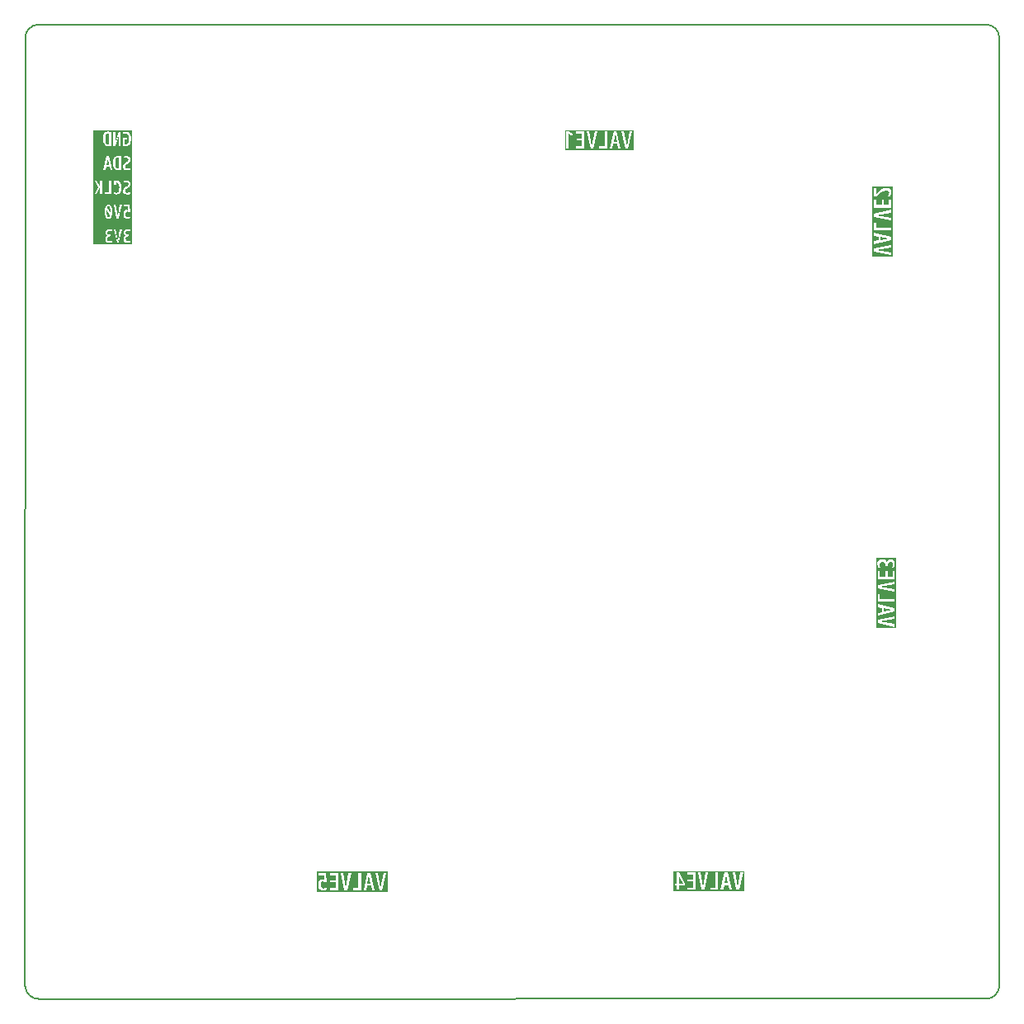
<source format=gbr>
%TF.GenerationSoftware,KiCad,Pcbnew,(6.0.7)*%
%TF.CreationDate,2022-10-05T08:16:40+03:00*%
%TF.ProjectId,irigatii2,69726967-6174-4696-9932-2e6b69636164,rev?*%
%TF.SameCoordinates,Original*%
%TF.FileFunction,Legend,Bot*%
%TF.FilePolarity,Positive*%
%FSLAX46Y46*%
G04 Gerber Fmt 4.6, Leading zero omitted, Abs format (unit mm)*
G04 Created by KiCad (PCBNEW (6.0.7)) date 2022-10-05 08:16:40*
%MOMM*%
%LPD*%
G01*
G04 APERTURE LIST*
%TA.AperFunction,Profile*%
%ADD10C,0.150000*%
%TD*%
%ADD11R,1.700000X1.700000*%
%ADD12O,1.700000X1.700000*%
%ADD13C,1.400000*%
%ADD14O,1.400000X1.400000*%
%ADD15R,1.500000X1.500000*%
%ADD16C,1.500000*%
%ADD17R,3.960000X1.980000*%
%ADD18O,3.960000X1.980000*%
%ADD19R,1.800000X1.800000*%
%ADD20O,1.800000X1.800000*%
%ADD21C,1.600000*%
%ADD22R,1.170000X1.170000*%
%ADD23C,1.170000*%
%ADD24C,3.600000*%
%ADD25C,6.400000*%
%ADD26R,2.400000X2.400000*%
%ADD27C,2.400000*%
%ADD28O,1.600000X1.600000*%
%ADD29C,1.800000*%
%ADD30R,1.980000X3.960000*%
%ADD31O,1.980000X3.960000*%
%ADD32R,1.600000X1.600000*%
%ADD33R,2.400000X1.600000*%
%ADD34O,2.400000X1.600000*%
%ADD35C,2.301240*%
%ADD36C,2.340000*%
%ADD37R,1.500000X1.050000*%
%ADD38O,1.500000X1.050000*%
G04 APERTURE END LIST*
D10*
X28912780Y-80877533D02*
G75*
G03*
X27565448Y-82299928I22280J-1370417D01*
G01*
X27559000Y-179500667D02*
X27565448Y-82299928D01*
X127529559Y-82227378D02*
G75*
G03*
X126107071Y-80880047I-1370459J-22322D01*
G01*
X126179621Y-180844073D02*
X28981400Y-180847999D01*
X28912780Y-80877528D02*
X126107071Y-80880047D01*
X127529471Y-82227379D02*
X127526953Y-179421673D01*
X126179622Y-180844159D02*
G75*
G03*
X127526953Y-179421673I-22322J1370459D01*
G01*
X27558995Y-179500667D02*
G75*
G03*
X28981400Y-180847999I1370405J22267D01*
G01*
%TO.C,kibuzzard-633BFCC9*%
G36*
X116507419Y-140939838D02*
G01*
X116507419Y-140942219D01*
X115690650Y-141104144D01*
X115690650Y-140777913D01*
X116507419Y-140939838D01*
G37*
G36*
X114858403Y-142817453D02*
G01*
X114858403Y-142282863D01*
X115031044Y-142282863D01*
X116769356Y-142668625D01*
X116769356Y-142394781D01*
X115269169Y-142123319D01*
X115269169Y-142120938D01*
X116769356Y-141849475D01*
X116769356Y-141585156D01*
X115031044Y-141973300D01*
X115031044Y-142282863D01*
X114858403Y-142282863D01*
X114858403Y-141501813D01*
X115031044Y-141501813D01*
X116769356Y-141092238D01*
X116769356Y-140782675D01*
X115031044Y-140370719D01*
X115031044Y-140646944D01*
X115488244Y-140737431D01*
X115488244Y-141144625D01*
X115031044Y-141235113D01*
X115031044Y-141501813D01*
X114858403Y-141501813D01*
X114858403Y-140113544D01*
X115031044Y-140113544D01*
X116769356Y-140113544D01*
X116769356Y-139846844D01*
X115238212Y-139846844D01*
X115238212Y-139292013D01*
X115031044Y-139292013D01*
X115031044Y-140113544D01*
X114858403Y-140113544D01*
X114858403Y-138710987D01*
X115031044Y-138710987D01*
X116769356Y-139096750D01*
X116769356Y-138822906D01*
X115269169Y-138551444D01*
X115269169Y-138549062D01*
X116769356Y-138277600D01*
X116769356Y-138013281D01*
X115031044Y-138401425D01*
X115031044Y-138710987D01*
X114858403Y-138710987D01*
X114858403Y-137775156D01*
X115031044Y-137775156D01*
X116769356Y-137775156D01*
X116769356Y-136941719D01*
X116562188Y-136941719D01*
X116562188Y-137508456D01*
X116066888Y-137508456D01*
X116066888Y-136965531D01*
X115864481Y-136965531D01*
X115864481Y-137508456D01*
X115238212Y-137508456D01*
X115238212Y-136941719D01*
X115031044Y-136941719D01*
X115031044Y-137775156D01*
X114858403Y-137775156D01*
X114858403Y-136251156D01*
X115007231Y-136251156D01*
X115026281Y-136445228D01*
X115083431Y-136632156D01*
X115312031Y-136632156D01*
X115238808Y-136458920D01*
X115214400Y-136282112D01*
X115234938Y-136150846D01*
X115296553Y-136057084D01*
X115399245Y-136000827D01*
X115543012Y-135982075D01*
X115684399Y-136003506D01*
X115779947Y-136067800D01*
X115834418Y-136184481D01*
X115852575Y-136363075D01*
X115852575Y-136410700D01*
X116062125Y-136410700D01*
X116062125Y-136363075D01*
X116079984Y-136196983D01*
X116133563Y-136084469D01*
X116225836Y-136020175D01*
X116359781Y-135998744D01*
X116486781Y-136026260D01*
X116562981Y-136108810D01*
X116588381Y-136246394D01*
X116563378Y-136414272D01*
X116488369Y-136598819D01*
X116709825Y-136598819D01*
X116756127Y-136461235D01*
X116783908Y-136327885D01*
X116793169Y-136198769D01*
X116766677Y-136002911D01*
X116687203Y-135858250D01*
X116560699Y-135768953D01*
X116393119Y-135739187D01*
X116240570Y-135757047D01*
X116118680Y-135810625D01*
X116027448Y-135899922D01*
X115966875Y-136024937D01*
X115964494Y-136024937D01*
X115915083Y-135889504D01*
X115826381Y-135792766D01*
X115698389Y-135734723D01*
X115531106Y-135715375D01*
X115371033Y-135730258D01*
X115240065Y-135774906D01*
X115138200Y-135849320D01*
X115065440Y-135953500D01*
X115021783Y-136087445D01*
X115007231Y-136251156D01*
X114858403Y-136251156D01*
X114858403Y-135566547D01*
X116941997Y-135566547D01*
X116941997Y-142817453D01*
X114858403Y-142817453D01*
G37*
%TO.C,kibuzzard-633BFE0C*%
G36*
X36175120Y-92047383D02*
G01*
X36175120Y-93156649D01*
X36085823Y-93174508D01*
X35947165Y-93142758D01*
X35852659Y-93047508D01*
X35812420Y-92939250D01*
X35788277Y-92783807D01*
X35780229Y-92581180D01*
X35788387Y-92397736D01*
X35812861Y-92254861D01*
X35853651Y-92152555D01*
X35948405Y-92060282D01*
X36085823Y-92029524D01*
X36175120Y-92047383D01*
G37*
G36*
X37186779Y-94546738D02*
G01*
X37186779Y-95639611D01*
X37098802Y-95657206D01*
X36962193Y-95625925D01*
X36869084Y-95532083D01*
X36829440Y-95425424D01*
X36805653Y-95272279D01*
X36797725Y-95072646D01*
X36805762Y-94891913D01*
X36829874Y-94751149D01*
X36870061Y-94650356D01*
X36963415Y-94559446D01*
X37098802Y-94529143D01*
X37186779Y-94546738D01*
G37*
G36*
X34561698Y-91732860D02*
G01*
X38539502Y-91732860D01*
X38539502Y-103389940D01*
X34561698Y-103389940D01*
X34561698Y-102854065D01*
X35785433Y-102854065D01*
X35797134Y-102979909D01*
X35832235Y-103082871D01*
X35890736Y-103162954D01*
X35972639Y-103220155D01*
X36077941Y-103254476D01*
X36206645Y-103265917D01*
X36359217Y-103250940D01*
X36506173Y-103206011D01*
X36506173Y-103026294D01*
X36369982Y-103083859D01*
X36230982Y-103103048D01*
X36099938Y-103074343D01*
X36021312Y-102988229D01*
X35995103Y-102844705D01*
X36011952Y-102733552D01*
X36062497Y-102658436D01*
X36154228Y-102615612D01*
X36294631Y-102601338D01*
X36332072Y-102601338D01*
X36332072Y-102436598D01*
X36294631Y-102436598D01*
X36164056Y-102422557D01*
X36075601Y-102380436D01*
X36025056Y-102307894D01*
X36008207Y-102202591D01*
X36029840Y-102102748D01*
X36094738Y-102042843D01*
X36202901Y-102022874D01*
X36334881Y-102042531D01*
X36479965Y-102101500D01*
X36479965Y-101927399D01*
X36326634Y-101880598D01*
X36655937Y-101880598D01*
X36961082Y-103247196D01*
X37204449Y-103247196D01*
X37291692Y-102854065D01*
X37657485Y-102854065D01*
X37669186Y-102979909D01*
X37704287Y-103082871D01*
X37762788Y-103162954D01*
X37844690Y-103220155D01*
X37949993Y-103254476D01*
X38078697Y-103265917D01*
X38231269Y-103250940D01*
X38378225Y-103206011D01*
X38378225Y-103026294D01*
X38242033Y-103083859D01*
X38103034Y-103103048D01*
X37971990Y-103074343D01*
X37893364Y-102988229D01*
X37867155Y-102844705D01*
X37884003Y-102733552D01*
X37934549Y-102658436D01*
X38026279Y-102615612D01*
X38166683Y-102601338D01*
X38204124Y-102601338D01*
X38204124Y-102436598D01*
X38166683Y-102436598D01*
X38036108Y-102422557D01*
X37947653Y-102380436D01*
X37897108Y-102307894D01*
X37880259Y-102202591D01*
X37901892Y-102102748D01*
X37966790Y-102042843D01*
X38074953Y-102022874D01*
X38206932Y-102042531D01*
X38352016Y-102101500D01*
X38352016Y-101927399D01*
X38191020Y-101878258D01*
X38037512Y-101861878D01*
X37883535Y-101882704D01*
X37769808Y-101945184D01*
X37699606Y-102044637D01*
X37676206Y-102176382D01*
X37690246Y-102296311D01*
X37732367Y-102392136D01*
X37802569Y-102463859D01*
X37900852Y-102511480D01*
X37900852Y-102513352D01*
X37794379Y-102552197D01*
X37718327Y-102621931D01*
X37672696Y-102722553D01*
X37657485Y-102854065D01*
X37291692Y-102854065D01*
X37507721Y-101880598D01*
X37292435Y-101880598D01*
X37079021Y-103059991D01*
X37077149Y-103059991D01*
X36863735Y-101880598D01*
X36655937Y-101880598D01*
X36326634Y-101880598D01*
X36318968Y-101878258D01*
X36165460Y-101861878D01*
X36011484Y-101882704D01*
X35897756Y-101945184D01*
X35827554Y-102044637D01*
X35804154Y-102176382D01*
X35818194Y-102296311D01*
X35860315Y-102392136D01*
X35930517Y-102463859D01*
X36028800Y-102511480D01*
X36028800Y-102513352D01*
X35922327Y-102552197D01*
X35846275Y-102621931D01*
X35800644Y-102722553D01*
X35785433Y-102854065D01*
X34561698Y-102854065D01*
X34561698Y-100073620D01*
X35731493Y-100073620D01*
X35736451Y-100242097D01*
X35751326Y-100385466D01*
X35776118Y-100503726D01*
X35829525Y-100638075D01*
X35900497Y-100724001D01*
X35993070Y-100770288D01*
X36111278Y-100785716D01*
X36229486Y-100770288D01*
X36322058Y-100724001D01*
X36393031Y-100638075D01*
X36446438Y-100503726D01*
X36471229Y-100385466D01*
X36486104Y-100242097D01*
X36491063Y-100073620D01*
X36486104Y-99905143D01*
X36471229Y-99761775D01*
X36446438Y-99643514D01*
X36393031Y-99509165D01*
X36322058Y-99423239D01*
X36236606Y-99380513D01*
X36629684Y-99380513D01*
X36939208Y-100766727D01*
X37186069Y-100766727D01*
X37283835Y-100326177D01*
X37655103Y-100326177D01*
X37666074Y-100475137D01*
X37698989Y-100592870D01*
X37753847Y-100679377D01*
X37832546Y-100738454D01*
X37936987Y-100773901D01*
X38067169Y-100785716D01*
X38208164Y-100771475D01*
X38338715Y-100728749D01*
X38338715Y-100548351D01*
X38209114Y-100602470D01*
X38082360Y-100620510D01*
X37985515Y-100604132D01*
X37919053Y-100554997D01*
X37880600Y-100465036D01*
X37867782Y-100326177D01*
X37876802Y-100194439D01*
X37903862Y-100106851D01*
X38015898Y-100041338D01*
X38088532Y-100060328D01*
X38154519Y-100117295D01*
X38329220Y-100117295D01*
X38310231Y-99380513D01*
X37693081Y-99380513D01*
X37693081Y-99543821D01*
X38116541Y-99543821D01*
X38129833Y-99927403D01*
X38126036Y-99927403D01*
X38049129Y-99891798D01*
X37958930Y-99879930D01*
X37849552Y-99897780D01*
X37764481Y-99951330D01*
X37703715Y-100040579D01*
X37667256Y-100165528D01*
X37655103Y-100326177D01*
X37283835Y-100326177D01*
X37493694Y-99380513D01*
X37275318Y-99380513D01*
X37058841Y-100576835D01*
X37056942Y-100576835D01*
X36840464Y-99380513D01*
X36629684Y-99380513D01*
X36236606Y-99380513D01*
X36229486Y-99376953D01*
X36111278Y-99361524D01*
X35993070Y-99376953D01*
X35900497Y-99423239D01*
X35829525Y-99509165D01*
X35776118Y-99643514D01*
X35751326Y-99761775D01*
X35736451Y-99905143D01*
X35731493Y-100073620D01*
X34561698Y-100073620D01*
X34561698Y-98286258D01*
X34685721Y-98286258D01*
X34918837Y-98286258D01*
X35255988Y-97611956D01*
X35259841Y-97611956D01*
X35259841Y-98286258D01*
X35475618Y-98286258D01*
X35710660Y-98286258D01*
X36375330Y-98286258D01*
X36375330Y-97338382D01*
X36693215Y-97338382D01*
X36899359Y-97338382D01*
X36899359Y-97037836D01*
X36943670Y-97030130D01*
X37044237Y-97051476D01*
X37122456Y-97115516D01*
X37178327Y-97222248D01*
X37211850Y-97371674D01*
X37223024Y-97563792D01*
X37214461Y-97739806D01*
X37188774Y-97883818D01*
X37145961Y-97995827D01*
X37086023Y-98075833D01*
X37008960Y-98123837D01*
X36914771Y-98139839D01*
X36812663Y-98124908D01*
X36702848Y-98080115D01*
X36702848Y-98257360D01*
X36818924Y-98293483D01*
X36947523Y-98305524D01*
X37061763Y-98293935D01*
X37160771Y-98259166D01*
X37244547Y-98201218D01*
X37313091Y-98120091D01*
X37366403Y-98015785D01*
X37394952Y-97920209D01*
X37617972Y-97920209D01*
X37634541Y-98058922D01*
X37684246Y-98166811D01*
X37767089Y-98243874D01*
X37883069Y-98290112D01*
X38032186Y-98305524D01*
X38151634Y-98295249D01*
X38260807Y-98264424D01*
X38359705Y-98213049D01*
X38359705Y-98012684D01*
X38258024Y-98082255D01*
X38150778Y-98123998D01*
X38037966Y-98137912D01*
X37952233Y-98124667D01*
X37887693Y-98084931D01*
X37847235Y-98019668D01*
X37833749Y-97929842D01*
X37844104Y-97844109D01*
X37875170Y-97775715D01*
X37930319Y-97719363D01*
X38012921Y-97669754D01*
X38130977Y-97608103D01*
X38223132Y-97543884D01*
X38289385Y-97477096D01*
X38349349Y-97363428D01*
X38369337Y-97226641D01*
X38344051Y-97072515D01*
X38268192Y-96956920D01*
X38145614Y-96884673D01*
X37980169Y-96860591D01*
X37867999Y-96867013D01*
X37760111Y-96886279D01*
X37656504Y-96918388D01*
X37656504Y-97111046D01*
X37805332Y-97048914D01*
X37955123Y-97028203D01*
X38039411Y-97040726D01*
X38103470Y-97078294D01*
X38157414Y-97217008D01*
X38140289Y-97314835D01*
X38088913Y-97392541D01*
X38003288Y-97450124D01*
X37872066Y-97516270D01*
X37771242Y-97583700D01*
X37700815Y-97652414D01*
X37638683Y-97771381D01*
X37617972Y-97920209D01*
X37394952Y-97920209D01*
X37404483Y-97888300D01*
X37427331Y-97737635D01*
X37434947Y-97563792D01*
X37427422Y-97398979D01*
X37404845Y-97256141D01*
X37367216Y-97135279D01*
X37314536Y-97036391D01*
X37246805Y-96959479D01*
X37164022Y-96904541D01*
X37066188Y-96871579D01*
X36953303Y-96860591D01*
X36816034Y-96871187D01*
X36693215Y-96902976D01*
X36693215Y-97338382D01*
X36375330Y-97338382D01*
X36375330Y-96879857D01*
X36159553Y-96879857D01*
X36159553Y-98118646D01*
X35710660Y-98118646D01*
X35710660Y-98286258D01*
X35475618Y-98286258D01*
X35475618Y-96879857D01*
X35259841Y-96879857D01*
X35259841Y-97496362D01*
X35255988Y-97496362D01*
X34926543Y-96879857D01*
X34695354Y-96879857D01*
X35063330Y-97550306D01*
X34685721Y-98286258D01*
X34561698Y-98286258D01*
X34561698Y-95805790D01*
X35577774Y-95805790D01*
X35804560Y-95805790D01*
X35878851Y-95430420D01*
X36213165Y-95430420D01*
X36287457Y-95805790D01*
X36506422Y-95805790D01*
X36333681Y-95072646D01*
X36584624Y-95072646D01*
X36591032Y-95249687D01*
X36610257Y-95400226D01*
X36642298Y-95524263D01*
X36712924Y-95665759D01*
X36809455Y-95757891D01*
X36936533Y-95808478D01*
X37098802Y-95825340D01*
X37258627Y-95815565D01*
X37405745Y-95786239D01*
X37405745Y-95434330D01*
X37605160Y-95434330D01*
X37621973Y-95575094D01*
X37672414Y-95684577D01*
X37756481Y-95762779D01*
X37874175Y-95809700D01*
X38025496Y-95825340D01*
X38146709Y-95814913D01*
X38257495Y-95783633D01*
X38357854Y-95731498D01*
X38357854Y-95528173D01*
X38254671Y-95598772D01*
X38145840Y-95641131D01*
X38031361Y-95655251D01*
X37944361Y-95641810D01*
X37878867Y-95601487D01*
X37837811Y-95535260D01*
X37824125Y-95444106D01*
X37834634Y-95357106D01*
X37866159Y-95287702D01*
X37922122Y-95230516D01*
X38005945Y-95180174D01*
X38125746Y-95117612D01*
X38219263Y-95052444D01*
X38286495Y-94984669D01*
X38347346Y-94869321D01*
X38367629Y-94730513D01*
X38341969Y-94574109D01*
X38264989Y-94456806D01*
X38186896Y-94402499D01*
X38089469Y-94369915D01*
X37972709Y-94359053D01*
X37858882Y-94365570D01*
X37749399Y-94385121D01*
X37644261Y-94417705D01*
X37644261Y-94613210D01*
X37795289Y-94550159D01*
X37947294Y-94529143D01*
X38032827Y-94541850D01*
X38097832Y-94579974D01*
X38152574Y-94720737D01*
X38135196Y-94820010D01*
X38083061Y-94898864D01*
X37996170Y-94957298D01*
X37863009Y-95024422D01*
X37760695Y-95092848D01*
X37689227Y-95162579D01*
X37626177Y-95283303D01*
X37605160Y-95434330D01*
X37405745Y-95434330D01*
X37405745Y-94398154D01*
X37252762Y-94368829D01*
X37098802Y-94359053D01*
X36933383Y-94376757D01*
X36802069Y-94429870D01*
X36704860Y-94518390D01*
X36652257Y-94612782D01*
X36614683Y-94736622D01*
X36592139Y-94889910D01*
X36584624Y-95072646D01*
X36333681Y-95072646D01*
X36170154Y-94378604D01*
X35915997Y-94378604D01*
X35577774Y-95805790D01*
X34561698Y-95805790D01*
X34561698Y-92581180D01*
X35563932Y-92581180D01*
X35570436Y-92760877D01*
X35589950Y-92913673D01*
X35622471Y-93039571D01*
X35694157Y-93183190D01*
X35792135Y-93276704D01*
X35921120Y-93328050D01*
X36085823Y-93345165D01*
X36248045Y-93335243D01*
X36297820Y-93325321D01*
X36619620Y-93325321D01*
X36841870Y-93325321D01*
X37151432Y-92273602D01*
X37155401Y-92273602D01*
X37155401Y-93325321D01*
X37373682Y-93325321D01*
X37373682Y-93275712D01*
X37582042Y-93275712D01*
X37688316Y-93314297D01*
X37800764Y-93337448D01*
X37919385Y-93345165D01*
X38035657Y-93333383D01*
X38136426Y-93298036D01*
X38221692Y-93239125D01*
X38291456Y-93156649D01*
X38345716Y-93050609D01*
X38384473Y-92921005D01*
X38407728Y-92767836D01*
X38415479Y-92591102D01*
X38407107Y-92413377D01*
X38381993Y-92261200D01*
X38340135Y-92134572D01*
X38281534Y-92033493D01*
X38177354Y-91935377D01*
X38043409Y-91876507D01*
X37879698Y-91856883D01*
X37753194Y-91867798D01*
X37631651Y-91900540D01*
X37631651Y-92079133D01*
X37758155Y-92043415D01*
X37879698Y-92031508D01*
X38021084Y-92063010D01*
X38119807Y-92157516D01*
X38162802Y-92261696D01*
X38188599Y-92406225D01*
X38197198Y-92591102D01*
X38189040Y-92780279D01*
X38164566Y-92929769D01*
X38123776Y-93039571D01*
X38034479Y-93140774D01*
X37913432Y-93174508D01*
X37794370Y-93150696D01*
X37794370Y-92630790D01*
X38044401Y-92630790D01*
X38044401Y-92462118D01*
X37582042Y-92462118D01*
X37582042Y-93275712D01*
X37373682Y-93275712D01*
X37373682Y-91876727D01*
X37143495Y-91876727D01*
X36833932Y-92928446D01*
X36827979Y-92928446D01*
X36827979Y-91876727D01*
X36619620Y-91876727D01*
X36619620Y-93325321D01*
X36297820Y-93325321D01*
X36397370Y-93305477D01*
X36397370Y-91896571D01*
X36242092Y-91866805D01*
X36085823Y-91856883D01*
X35917923Y-91874853D01*
X35784639Y-91928762D01*
X35685971Y-92018610D01*
X35632579Y-92114418D01*
X35594442Y-92240116D01*
X35571560Y-92395703D01*
X35563932Y-92581180D01*
X34561698Y-92581180D01*
X34561698Y-91732860D01*
G37*
G36*
X36210971Y-99564709D02*
G01*
X36244440Y-99628323D01*
X36270787Y-99731814D01*
X36283447Y-99824650D01*
X36291043Y-99938586D01*
X36293574Y-100073620D01*
X36289777Y-100231231D01*
X35965061Y-99667251D01*
X36022028Y-99554265D01*
X36111278Y-99521033D01*
X36210971Y-99564709D01*
G37*
G36*
X36179929Y-95264241D02*
G01*
X35912087Y-95264241D01*
X36045031Y-94593659D01*
X36046986Y-94593659D01*
X36179929Y-95264241D01*
G37*
G36*
X36265091Y-100453405D02*
G01*
X36206224Y-100587279D01*
X36111278Y-100626207D01*
X36011584Y-100582532D01*
X35978116Y-100518918D01*
X35951768Y-100415426D01*
X35939109Y-100322590D01*
X35931513Y-100208655D01*
X35928981Y-100073620D01*
X35930405Y-99970604D01*
X35934678Y-99881829D01*
X36265091Y-100453405D01*
G37*
%TO.C,kibuzzard-633BFD23*%
G36*
X57492900Y-167803909D02*
G01*
X64731900Y-167803909D01*
X64731900Y-169863691D01*
X57492900Y-169863691D01*
X57492900Y-169138600D01*
X57641728Y-169138600D01*
X57655486Y-169325396D01*
X57696761Y-169473033D01*
X57765553Y-169581513D01*
X57864243Y-169655596D01*
X57995211Y-169700046D01*
X58158459Y-169714863D01*
X58335267Y-169697003D01*
X58353457Y-169691050D01*
X58856166Y-169691050D01*
X59689603Y-169691050D01*
X59689603Y-167952737D01*
X59927728Y-167952737D01*
X60315872Y-169691050D01*
X60625434Y-169691050D01*
X61206459Y-169691050D01*
X62027991Y-169691050D01*
X62285166Y-169691050D01*
X62561391Y-169691050D01*
X62651878Y-169233850D01*
X63059072Y-169233850D01*
X63149559Y-169691050D01*
X63416259Y-169691050D01*
X63006684Y-167952737D01*
X63499603Y-167952737D01*
X63887747Y-169691050D01*
X64197309Y-169691050D01*
X64583072Y-167952737D01*
X64309228Y-167952737D01*
X64037766Y-169452925D01*
X64035384Y-169452925D01*
X63763922Y-167952737D01*
X63499603Y-167952737D01*
X63006684Y-167952737D01*
X62697122Y-167952737D01*
X62285166Y-169691050D01*
X62027991Y-169691050D01*
X62027991Y-167952737D01*
X61761291Y-167952737D01*
X61761291Y-169483881D01*
X61206459Y-169483881D01*
X61206459Y-169691050D01*
X60625434Y-169691050D01*
X61011197Y-167952737D01*
X60737353Y-167952737D01*
X60465891Y-169452925D01*
X60463509Y-169452925D01*
X60192047Y-167952737D01*
X59927728Y-167952737D01*
X59689603Y-167952737D01*
X58856166Y-167952737D01*
X58856166Y-168159906D01*
X59422903Y-168159906D01*
X59422903Y-168655206D01*
X58879978Y-168655206D01*
X58879978Y-168857613D01*
X59422903Y-168857613D01*
X59422903Y-169483881D01*
X58856166Y-169483881D01*
X58856166Y-169691050D01*
X58353457Y-169691050D01*
X58498978Y-169643425D01*
X58498978Y-169417206D01*
X58336458Y-169485072D01*
X58177509Y-169507694D01*
X58056066Y-169487155D01*
X57972722Y-169425541D01*
X57924502Y-169312729D01*
X57908428Y-169138600D01*
X57919739Y-168973401D01*
X57953672Y-168863566D01*
X58094166Y-168781412D01*
X58185248Y-168805225D01*
X58267997Y-168876663D01*
X58487072Y-168876663D01*
X58463259Y-167952737D01*
X57689353Y-167952737D01*
X57689353Y-168157525D01*
X58220372Y-168157525D01*
X58237041Y-168638537D01*
X58232278Y-168638537D01*
X58135837Y-168593889D01*
X58022728Y-168579006D01*
X57885568Y-168601390D01*
X57778888Y-168668541D01*
X57702688Y-168780460D01*
X57656968Y-168937146D01*
X57641728Y-169138600D01*
X57492900Y-169138600D01*
X57492900Y-167803909D01*
G37*
G36*
X63018591Y-169031444D02*
G01*
X62692359Y-169031444D01*
X62854284Y-168214675D01*
X62856666Y-168214675D01*
X63018591Y-169031444D01*
G37*
%TO.C,kibuzzard-633BFC9A*%
G36*
X116139913Y-102825550D02*
G01*
X116139913Y-102827931D01*
X115323144Y-102989856D01*
X115323144Y-102663625D01*
X116139913Y-102825550D01*
G37*
G36*
X114514709Y-104703166D02*
G01*
X114514709Y-104168575D01*
X114663537Y-104168575D01*
X116401850Y-104554338D01*
X116401850Y-104280494D01*
X114901662Y-104009031D01*
X114901662Y-104006650D01*
X116401850Y-103735188D01*
X116401850Y-103470869D01*
X114663537Y-103859013D01*
X114663537Y-104168575D01*
X114514709Y-104168575D01*
X114514709Y-103387525D01*
X114663537Y-103387525D01*
X116401850Y-102977950D01*
X116401850Y-102668388D01*
X114663537Y-102256431D01*
X114663537Y-102532656D01*
X115120737Y-102623144D01*
X115120737Y-103030338D01*
X114663537Y-103120825D01*
X114663537Y-103387525D01*
X114514709Y-103387525D01*
X114514709Y-101999256D01*
X114663537Y-101999256D01*
X116401850Y-101999256D01*
X116401850Y-101732556D01*
X114870706Y-101732556D01*
X114870706Y-101177725D01*
X114663537Y-101177725D01*
X114663537Y-101999256D01*
X114514709Y-101999256D01*
X114514709Y-100596700D01*
X114663537Y-100596700D01*
X116401850Y-100982462D01*
X116401850Y-100708619D01*
X114901662Y-100437156D01*
X114901662Y-100434775D01*
X116401850Y-100163312D01*
X116401850Y-99898994D01*
X114663537Y-100287137D01*
X114663537Y-100596700D01*
X114514709Y-100596700D01*
X114514709Y-99660869D01*
X114663537Y-99660869D01*
X116401850Y-99660869D01*
X116401850Y-98827431D01*
X116194681Y-98827431D01*
X116194681Y-99394169D01*
X115699381Y-99394169D01*
X115699381Y-98851244D01*
X115496975Y-98851244D01*
X115496975Y-99394169D01*
X114870706Y-99394169D01*
X114870706Y-98827431D01*
X114663537Y-98827431D01*
X114663537Y-99660869D01*
X114514709Y-99660869D01*
X114514709Y-98486912D01*
X114663537Y-98486912D01*
X114870706Y-98486912D01*
X115048425Y-98334027D01*
X115218272Y-98204661D01*
X115380245Y-98098817D01*
X115534346Y-98016494D01*
X115680574Y-97957692D01*
X115818930Y-97922410D01*
X115949413Y-97910650D01*
X116070856Y-97923449D01*
X116154200Y-97961847D01*
X116218494Y-98117819D01*
X116202883Y-98229737D01*
X116156052Y-98352769D01*
X116078000Y-98486912D01*
X116301838Y-98486912D01*
X116370629Y-98355150D01*
X116411904Y-98213862D01*
X116425663Y-98063050D01*
X116396195Y-97882373D01*
X116307791Y-97749916D01*
X116162237Y-97668655D01*
X115961319Y-97641569D01*
X115810506Y-97656518D01*
X115650169Y-97701365D01*
X115480306Y-97776109D01*
X115344277Y-97853723D01*
X115198128Y-97952024D01*
X115041859Y-98071012D01*
X114875469Y-98210687D01*
X114870706Y-98210687D01*
X114870706Y-97629662D01*
X114663537Y-97629662D01*
X114663537Y-98486912D01*
X114514709Y-98486912D01*
X114514709Y-97480834D01*
X116574491Y-97480834D01*
X116574491Y-104703166D01*
X114514709Y-104703166D01*
G37*
%TO.C,kibuzzard-633BFCF4*%
G36*
X99659281Y-168967150D02*
G01*
X99333050Y-168967150D01*
X99494975Y-168150381D01*
X99497356Y-168150381D01*
X99659281Y-168967150D01*
G37*
G36*
X95042037Y-169029063D02*
G01*
X95042037Y-169036206D01*
X94661037Y-169036206D01*
X94661037Y-168257538D01*
X94665800Y-168257538D01*
X95042037Y-169029063D01*
G37*
G36*
X94055009Y-167739616D02*
G01*
X101372591Y-167739616D01*
X101372591Y-169775584D01*
X94055009Y-169775584D01*
X94055009Y-169240994D01*
X94203837Y-169240994D01*
X94399100Y-169240994D01*
X94399100Y-169626756D01*
X94661037Y-169626756D01*
X95496856Y-169626756D01*
X96330294Y-169626756D01*
X96330294Y-167888444D01*
X96568419Y-167888444D01*
X96956562Y-169626756D01*
X97266125Y-169626756D01*
X97847150Y-169626756D01*
X98668681Y-169626756D01*
X98925856Y-169626756D01*
X99202081Y-169626756D01*
X99292569Y-169169556D01*
X99699763Y-169169556D01*
X99790250Y-169626756D01*
X100056950Y-169626756D01*
X99647375Y-167888444D01*
X100140294Y-167888444D01*
X100528438Y-169626756D01*
X100838000Y-169626756D01*
X101223763Y-167888444D01*
X100949919Y-167888444D01*
X100678456Y-169388631D01*
X100676075Y-169388631D01*
X100404613Y-167888444D01*
X100140294Y-167888444D01*
X99647375Y-167888444D01*
X99337813Y-167888444D01*
X98925856Y-169626756D01*
X98668681Y-169626756D01*
X98668681Y-167888444D01*
X98401981Y-167888444D01*
X98401981Y-169419588D01*
X97847150Y-169419588D01*
X97847150Y-169626756D01*
X97266125Y-169626756D01*
X97651887Y-167888444D01*
X97378044Y-167888444D01*
X97106581Y-169388631D01*
X97104200Y-169388631D01*
X96832737Y-167888444D01*
X96568419Y-167888444D01*
X96330294Y-167888444D01*
X95496856Y-167888444D01*
X95496856Y-168095612D01*
X96063594Y-168095612D01*
X96063594Y-168590912D01*
X95520669Y-168590912D01*
X95520669Y-168793319D01*
X96063594Y-168793319D01*
X96063594Y-169419588D01*
X95496856Y-169419588D01*
X95496856Y-169626756D01*
X94661037Y-169626756D01*
X94661037Y-169240994D01*
X95251587Y-169240994D01*
X95251587Y-169036206D01*
X94687231Y-167888444D01*
X94399100Y-167888444D01*
X94399100Y-169036206D01*
X94203837Y-169036206D01*
X94203837Y-169240994D01*
X94055009Y-169240994D01*
X94055009Y-167739616D01*
G37*
%TO.C,kibuzzard-633BFC8D*%
G36*
X88274922Y-92919550D02*
G01*
X87948691Y-92919550D01*
X88110616Y-92102781D01*
X88112997Y-92102781D01*
X88274922Y-92919550D01*
G37*
G36*
X82934969Y-91692016D02*
G01*
X89988231Y-91692016D01*
X89988231Y-93727984D01*
X82934969Y-93727984D01*
X82934969Y-93579156D01*
X83083797Y-93579156D01*
X83350497Y-93579156D01*
X84112497Y-93579156D01*
X84945934Y-93579156D01*
X84945934Y-91840844D01*
X85184059Y-91840844D01*
X85572203Y-93579156D01*
X85881766Y-93579156D01*
X86462791Y-93579156D01*
X87284322Y-93579156D01*
X87541497Y-93579156D01*
X87817722Y-93579156D01*
X87908209Y-93121956D01*
X88315403Y-93121956D01*
X88405891Y-93579156D01*
X88672591Y-93579156D01*
X88263016Y-91840844D01*
X88755934Y-91840844D01*
X89144078Y-93579156D01*
X89453641Y-93579156D01*
X89839403Y-91840844D01*
X89565559Y-91840844D01*
X89294097Y-93341031D01*
X89291716Y-93341031D01*
X89020253Y-91840844D01*
X88755934Y-91840844D01*
X88263016Y-91840844D01*
X87953453Y-91840844D01*
X87541497Y-93579156D01*
X87284322Y-93579156D01*
X87284322Y-91840844D01*
X87017622Y-91840844D01*
X87017622Y-93371988D01*
X86462791Y-93371988D01*
X86462791Y-93579156D01*
X85881766Y-93579156D01*
X86267528Y-91840844D01*
X85993684Y-91840844D01*
X85722222Y-93341031D01*
X85719841Y-93341031D01*
X85448378Y-91840844D01*
X85184059Y-91840844D01*
X84945934Y-91840844D01*
X84112497Y-91840844D01*
X84112497Y-92048012D01*
X84679234Y-92048012D01*
X84679234Y-92543312D01*
X84136309Y-92543312D01*
X84136309Y-92745719D01*
X84679234Y-92745719D01*
X84679234Y-93371988D01*
X84112497Y-93371988D01*
X84112497Y-93579156D01*
X83350497Y-93579156D01*
X83350497Y-92090875D01*
X83355259Y-92088494D01*
X83764834Y-92317094D01*
X83764834Y-92083731D01*
X83348116Y-91840844D01*
X83083797Y-91840844D01*
X83083797Y-93579156D01*
X82934969Y-93579156D01*
X82934969Y-91692016D01*
G37*
%TD*%
%LPC*%
D11*
%TO.C,J1*%
X29845000Y-111942800D03*
D12*
X29845000Y-109402800D03*
%TD*%
D13*
%TO.C,R25*%
X98272600Y-162763200D03*
D14*
X93192600Y-162763200D03*
%TD*%
D13*
%TO.C,R13*%
X65024000Y-87985600D03*
D14*
X65024000Y-82905600D03*
%TD*%
D13*
%TO.C,R12*%
X57277000Y-92837000D03*
D14*
X62357000Y-92837000D03*
%TD*%
D13*
%TO.C,R5*%
X36449000Y-111810800D03*
D14*
X41529000Y-111810800D03*
%TD*%
D15*
%TO.C,Q27*%
X116565800Y-152577800D03*
D16*
X116565800Y-150037800D03*
X116565800Y-147497800D03*
%TD*%
D17*
%TO.C,J7*%
X120168200Y-141804600D03*
D18*
X120168200Y-136804600D03*
%TD*%
D19*
%TO.C,D3*%
X33502600Y-133321000D03*
D20*
X33502600Y-128241000D03*
%TD*%
D21*
%TO.C,C17*%
X63728600Y-165435600D03*
X63728600Y-162935600D03*
%TD*%
D15*
%TO.C,Q26*%
X108204000Y-99364800D03*
D16*
X105664000Y-96824800D03*
X108204000Y-94284800D03*
%TD*%
D22*
%TO.C,IC1*%
X45034200Y-124891800D03*
D23*
X42494200Y-124891800D03*
X39954200Y-124891800D03*
X37414200Y-124891800D03*
X37414200Y-132511800D03*
X39954200Y-132511800D03*
X42494200Y-132511800D03*
X45034200Y-132511800D03*
%TD*%
D24*
%TO.C,H3*%
X122000000Y-176000000D03*
D25*
X122000000Y-176000000D03*
%TD*%
D15*
%TO.C,Q13*%
X85347800Y-162310200D03*
D16*
X87887800Y-159770200D03*
X90427800Y-162310200D03*
%TD*%
D13*
%TO.C,R30*%
X109448600Y-156311600D03*
D14*
X114528600Y-156311600D03*
%TD*%
D17*
%TO.C,J8*%
X120167400Y-103857000D03*
D18*
X120167400Y-98857000D03*
%TD*%
D15*
%TO.C,Q33*%
X123600800Y-113817400D03*
D16*
X123600800Y-111277400D03*
X123600800Y-108737400D03*
%TD*%
D15*
%TO.C,Q17*%
X85373200Y-169160200D03*
D16*
X87913200Y-169160200D03*
X90453200Y-169160200D03*
%TD*%
D13*
%TO.C,R20*%
X102006400Y-94241200D03*
D14*
X102006400Y-99321200D03*
%TD*%
D21*
%TO.C,C13*%
X81096800Y-97721800D03*
X83596800Y-97721800D03*
%TD*%
D26*
%TO.C,C4*%
X101705415Y-136575800D03*
D27*
X96705415Y-136575800D03*
%TD*%
D13*
%TO.C,R23*%
X113897400Y-162022000D03*
D14*
X113897400Y-167102000D03*
%TD*%
D13*
%TO.C,R39*%
X114300000Y-83158800D03*
D14*
X114300000Y-88238800D03*
%TD*%
D19*
%TO.C,D2*%
X45999400Y-155448000D03*
D20*
X35839400Y-155448000D03*
%TD*%
D13*
%TO.C,R26*%
X102006400Y-90127200D03*
D14*
X102006400Y-85047200D03*
%TD*%
D15*
%TO.C,Q36*%
X73355200Y-167700200D03*
D16*
X70815200Y-170240200D03*
X68275200Y-167700200D03*
%TD*%
D15*
%TO.C,Q21*%
X85195400Y-176018200D03*
D16*
X87735400Y-176018200D03*
X90275400Y-176018200D03*
%TD*%
D13*
%TO.C,R21*%
X69799200Y-99221200D03*
D14*
X69799200Y-94141200D03*
%TD*%
D15*
%TO.C,Q35*%
X49776000Y-166425200D03*
D16*
X52316000Y-168965200D03*
X49776000Y-171505200D03*
%TD*%
D15*
%TO.C,Q20*%
X73609200Y-86423200D03*
D16*
X76149200Y-86423200D03*
X78689200Y-86423200D03*
%TD*%
D13*
%TO.C,R27*%
X69799200Y-90127200D03*
D14*
X69799200Y-85047200D03*
%TD*%
D15*
%TO.C,Q18*%
X110620800Y-168440200D03*
D16*
X108080800Y-168440200D03*
X105540800Y-168440200D03*
%TD*%
D13*
%TO.C,R8*%
X41452800Y-114122200D03*
D14*
X36372800Y-114122200D03*
%TD*%
D26*
%TO.C,C20*%
X101172015Y-152654000D03*
D27*
X96172015Y-152654000D03*
%TD*%
D13*
%TO.C,R10*%
X41427400Y-109423200D03*
D14*
X36347400Y-109423200D03*
%TD*%
D15*
%TO.C,Q11*%
X98729800Y-100203000D03*
D16*
X96189800Y-102743000D03*
X93649800Y-100203000D03*
%TD*%
D13*
%TO.C,R34*%
X110897200Y-138836400D03*
D14*
X110897200Y-143916400D03*
%TD*%
D21*
%TO.C,C14*%
X103327200Y-163068000D03*
X100827200Y-163068000D03*
%TD*%
D11*
%TO.C,J2*%
X32893000Y-92608400D03*
D12*
X32893000Y-95148400D03*
X32893000Y-97688400D03*
X32893000Y-100228400D03*
X32893000Y-102768400D03*
%TD*%
D26*
%TO.C,C6*%
X68499985Y-135255000D03*
D27*
X73499985Y-135255000D03*
%TD*%
D15*
%TO.C,Q32*%
X122780000Y-126339600D03*
D16*
X122780000Y-128879600D03*
X122780000Y-131419600D03*
%TD*%
D21*
%TO.C,C16*%
X109956600Y-103327200D03*
X107456600Y-103327200D03*
%TD*%
D15*
%TO.C,Q19*%
X98729800Y-85703200D03*
D16*
X96189800Y-85703200D03*
X93649800Y-85703200D03*
%TD*%
D21*
%TO.C,C15*%
X110846400Y-133827200D03*
X110846400Y-136327200D03*
%TD*%
D13*
%TO.C,R37*%
X117957600Y-123393200D03*
D14*
X123037600Y-123393200D03*
%TD*%
D15*
%TO.C,Q25*%
X110650400Y-114655600D03*
D16*
X108110400Y-112115600D03*
X110650400Y-109575600D03*
%TD*%
D21*
%TO.C,R2*%
X33375600Y-108661200D03*
D28*
X33375600Y-118821200D03*
%TD*%
D25*
%TO.C,H1*%
X32000000Y-86000000D03*
D24*
X32000000Y-86000000D03*
%TD*%
D21*
%TO.C,R3*%
X55397400Y-127457200D03*
D28*
X55397400Y-137617200D03*
%TD*%
D26*
%TO.C,C1*%
X74087985Y-119430800D03*
D27*
X79087985Y-119430800D03*
%TD*%
D13*
%TO.C,R24*%
X86079800Y-97925000D03*
D14*
X91159800Y-97925000D03*
%TD*%
D21*
%TO.C,C7*%
X48187200Y-126644400D03*
X48187200Y-129144400D03*
%TD*%
%TO.C,C11*%
X52654200Y-104337800D03*
X52654200Y-106837800D03*
%TD*%
D15*
%TO.C,Q38*%
X73101200Y-175378200D03*
D16*
X70561200Y-175378200D03*
X68021200Y-175378200D03*
%TD*%
D21*
%TO.C,C5*%
X44918000Y-135382000D03*
X39918000Y-135382000D03*
%TD*%
D15*
%TO.C,Q15*%
X98729800Y-93315200D03*
D16*
X96189800Y-93315200D03*
X93649800Y-93315200D03*
%TD*%
D19*
%TO.C,D6*%
X60406200Y-88341200D03*
D29*
X57866200Y-88341200D03*
%TD*%
D30*
%TO.C,J9*%
X58068000Y-173507400D03*
D31*
X63068000Y-173507400D03*
%TD*%
D15*
%TO.C,Q37*%
X48006000Y-176102600D03*
D16*
X50546000Y-176102600D03*
X53086000Y-176102600D03*
%TD*%
D32*
%TO.C,C19*%
X47457287Y-160350200D03*
D21*
X49457287Y-160350200D03*
%TD*%
D26*
%TO.C,C23*%
X102061015Y-121843800D03*
D27*
X97061015Y-121843800D03*
%TD*%
D15*
%TO.C,Q28*%
X115845800Y-126339600D03*
D16*
X115845800Y-128879600D03*
X115845800Y-131419600D03*
%TD*%
D21*
%TO.C,C2*%
X29616400Y-127852800D03*
X29616400Y-132852800D03*
%TD*%
D33*
%TO.C,U1*%
X45044600Y-109941200D03*
D34*
X45044600Y-112481200D03*
X45044600Y-115021200D03*
X45044600Y-117561200D03*
X52664600Y-117561200D03*
X52664600Y-115021200D03*
X52664600Y-112481200D03*
X52664600Y-109941200D03*
%TD*%
D13*
%TO.C,R11*%
X56388000Y-105410000D03*
D14*
X61468000Y-105410000D03*
%TD*%
D19*
%TO.C,D4*%
X53776800Y-84556600D03*
D29*
X51236800Y-84556600D03*
%TD*%
D13*
%TO.C,R29*%
X113770400Y-171318400D03*
D14*
X113770400Y-176398400D03*
%TD*%
D13*
%TO.C,R36*%
X119938800Y-155930600D03*
D14*
X125018800Y-155930600D03*
%TD*%
D15*
%TO.C,Q23*%
X110549600Y-152806400D03*
D16*
X108009600Y-150266400D03*
X110549600Y-147726400D03*
%TD*%
D13*
%TO.C,R9*%
X49276000Y-101854000D03*
D14*
X49276000Y-106934000D03*
%TD*%
D35*
%TO.C,T1*%
X45440600Y-140065760D03*
X35941000Y-140065760D03*
X35941000Y-150764240D03*
X45440600Y-150764240D03*
%TD*%
D15*
%TO.C,Q34*%
X119481600Y-92816000D03*
D16*
X122021600Y-92816000D03*
X124561600Y-92816000D03*
%TD*%
D15*
%TO.C,Q12*%
X73609200Y-101514400D03*
D16*
X76149200Y-98974400D03*
X78689200Y-101514400D03*
%TD*%
D36*
%TO.C,RV1*%
X66899800Y-115609600D03*
X56899800Y-118109600D03*
X66899800Y-120609600D03*
%TD*%
D37*
%TO.C,U2*%
X62611000Y-110871000D03*
D38*
X62611000Y-109601000D03*
X62611000Y-108331000D03*
%TD*%
D15*
%TO.C,Q22*%
X110468400Y-175298200D03*
D16*
X107928400Y-175298200D03*
X105388400Y-175298200D03*
%TD*%
D24*
%TO.C,H5*%
X81483200Y-130911600D03*
D25*
X81483200Y-130911600D03*
%TD*%
D15*
%TO.C,Q24*%
X109009600Y-125298200D03*
D16*
X111549600Y-127838200D03*
X109009600Y-130378200D03*
%TD*%
D15*
%TO.C,Q29*%
X116666600Y-113817400D03*
D16*
X116666600Y-111277400D03*
X116666600Y-108737400D03*
%TD*%
D13*
%TO.C,R7*%
X51612800Y-134036600D03*
D14*
X51612800Y-128956600D03*
%TD*%
D13*
%TO.C,R40*%
X60655200Y-160374800D03*
D14*
X60655200Y-165454800D03*
%TD*%
D32*
%TO.C,C18*%
X53340000Y-155575000D03*
D21*
X53340000Y-157575000D03*
%TD*%
%TO.C,R4*%
X58851800Y-137642600D03*
D28*
X58851800Y-127482600D03*
%TD*%
D19*
%TO.C,D1*%
X47320200Y-121640600D03*
D20*
X52400200Y-121640600D03*
%TD*%
D13*
%TO.C,R38*%
X118591800Y-117779800D03*
D14*
X123671800Y-117779800D03*
%TD*%
D13*
%TO.C,R1*%
X31826200Y-135890000D03*
D14*
X36906200Y-135890000D03*
%TD*%
D15*
%TO.C,Q14*%
X111103400Y-161583000D03*
D16*
X108563400Y-164123000D03*
X106023400Y-161583000D03*
%TD*%
D15*
%TO.C,Q16*%
X73609200Y-93898800D03*
D16*
X76149200Y-93898800D03*
X78689200Y-93898800D03*
%TD*%
D30*
%TO.C,J6*%
X95152200Y-173427400D03*
D31*
X100152200Y-173427400D03*
%TD*%
D30*
%TO.C,J5*%
X88819400Y-88323800D03*
D31*
X83819400Y-88323800D03*
%TD*%
D25*
%TO.C,H4*%
X32000000Y-176000000D03*
D24*
X32000000Y-176000000D03*
%TD*%
D15*
%TO.C,Q31*%
X123500000Y-152628600D03*
D16*
X123500000Y-150088600D03*
X123500000Y-147548600D03*
%TD*%
D13*
%TO.C,R33*%
X105764800Y-86004400D03*
D14*
X110844800Y-86004400D03*
%TD*%
D21*
%TO.C,C12*%
X66294000Y-110744000D03*
X66294000Y-108244000D03*
%TD*%
D26*
%TO.C,C22*%
X89382600Y-108327185D03*
D27*
X89382600Y-113327185D03*
%TD*%
D13*
%TO.C,R28*%
X81969600Y-170886600D03*
D14*
X81969600Y-175966600D03*
%TD*%
D13*
%TO.C,R31*%
X109931200Y-122758200D03*
D14*
X115011200Y-122758200D03*
%TD*%
D26*
%TO.C,C21*%
X81686400Y-154283415D03*
D27*
X81686400Y-149283415D03*
%TD*%
D13*
%TO.C,R22*%
X82020400Y-166697200D03*
D14*
X82020400Y-161617200D03*
%TD*%
D13*
%TO.C,R6*%
X36372800Y-116611400D03*
D14*
X41452800Y-116611400D03*
%TD*%
D19*
%TO.C,D5*%
X53776800Y-91160600D03*
D29*
X51236800Y-91160600D03*
%TD*%
D15*
%TO.C,Q30*%
X116763800Y-92096000D03*
D16*
X114223800Y-92096000D03*
X111683800Y-92096000D03*
%TD*%
D13*
%TO.C,R17*%
X57276200Y-82854800D03*
D14*
X62356200Y-82854800D03*
%TD*%
D13*
%TO.C,R35*%
X107442000Y-106451400D03*
D14*
X112522000Y-106451400D03*
%TD*%
D24*
%TO.C,H2*%
X122000000Y-86000000D03*
D25*
X122000000Y-86000000D03*
%TD*%
D13*
%TO.C,R32*%
X115265200Y-117475000D03*
D14*
X110185200Y-117475000D03*
%TD*%
D26*
%TO.C,C3*%
X62661800Y-150749000D03*
D27*
X67661800Y-150749000D03*
%TD*%
D13*
%TO.C,R16*%
X29718000Y-123063000D03*
D14*
X34798000Y-123063000D03*
%TD*%
M02*

</source>
